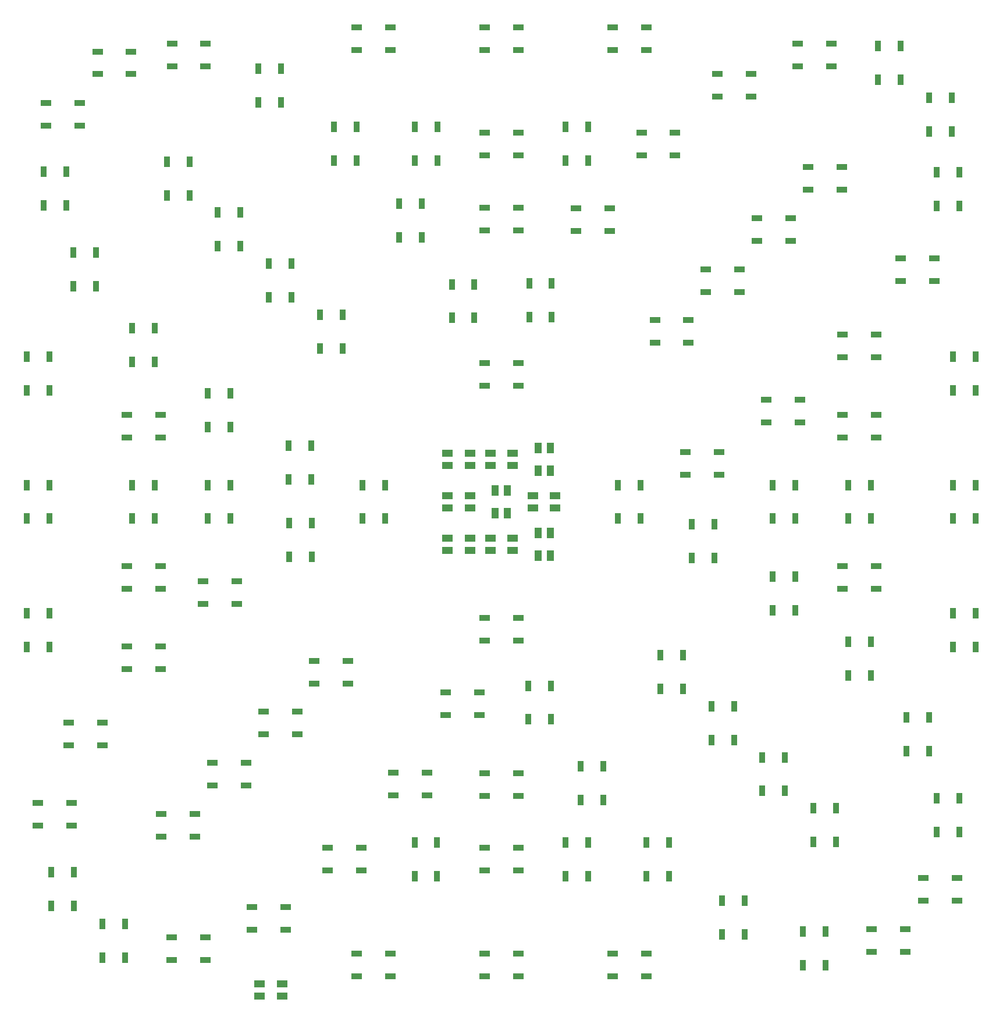
<source format=gbr>
%TF.GenerationSoftware,KiCad,Pcbnew,(6.0.10)*%
%TF.CreationDate,2023-01-10T10:46:10+01:00*%
%TF.ProjectId,BoardGame,426f6172-6447-4616-9d65-2e6b69636164,rev?*%
%TF.SameCoordinates,Original*%
%TF.FileFunction,Paste,Top*%
%TF.FilePolarity,Positive*%
%FSLAX46Y46*%
G04 Gerber Fmt 4.6, Leading zero omitted, Abs format (unit mm)*
G04 Created by KiCad (PCBNEW (6.0.10)) date 2023-01-10 10:46:10*
%MOMM*%
%LPD*%
G01*
G04 APERTURE LIST*
%ADD10R,0.900000X1.500000*%
%ADD11R,1.500000X0.900000*%
%ADD12R,1.500000X1.100000*%
%ADD13R,1.100000X1.500000*%
G04 APERTURE END LIST*
D10*
%TO.C,D1002*%
X116280000Y-78870000D03*
X112980000Y-78870000D03*
X112980000Y-83770000D03*
X116280000Y-83770000D03*
%TD*%
D11*
%TO.C,D1045*%
X95980000Y-150350000D03*
X95980000Y-153650000D03*
X100880000Y-153650000D03*
X100880000Y-150350000D03*
%TD*%
D10*
%TO.C,D1086*%
X78250000Y-84550000D03*
X74950000Y-84550000D03*
X74950000Y-89450000D03*
X78250000Y-89450000D03*
%TD*%
D11*
%TO.C,D1056*%
X89460000Y-96320000D03*
X89460000Y-99620000D03*
X94360000Y-99620000D03*
X94360000Y-96320000D03*
%TD*%
%TO.C,D1016*%
X159760000Y-47560000D03*
X159760000Y-44260000D03*
X154860000Y-44260000D03*
X154860000Y-47560000D03*
%TD*%
D10*
%TO.C,D1028*%
X171720000Y-95130000D03*
X175020000Y-95130000D03*
X175020000Y-90230000D03*
X171720000Y-90230000D03*
%TD*%
%TO.C,D1021*%
X206230000Y-33110000D03*
X209530000Y-33110000D03*
X209530000Y-28210000D03*
X206230000Y-28210000D03*
%TD*%
D12*
%TO.C,D1102*%
X142360000Y-92300000D03*
X142360000Y-94080000D03*
X145640000Y-94080000D03*
X145640000Y-92300000D03*
%TD*%
D11*
%TO.C,D1051*%
X105490000Y-101860000D03*
X105490000Y-98560000D03*
X100590000Y-98560000D03*
X100590000Y-101860000D03*
%TD*%
%TO.C,D1089*%
X146450000Y-21250000D03*
X146450000Y-17950000D03*
X141550000Y-17950000D03*
X141550000Y-21250000D03*
%TD*%
%TO.C,D1057*%
X146450000Y-47530000D03*
X146450000Y-44230000D03*
X141550000Y-44230000D03*
X141550000Y-47530000D03*
%TD*%
D12*
%TO.C,D1106*%
X108817500Y-157110000D03*
X108817500Y-158890000D03*
X112097500Y-158890000D03*
X112097500Y-157110000D03*
%TD*%
D10*
%TO.C,D1020*%
X198750000Y-25590000D03*
X202050000Y-25590000D03*
X202050000Y-20690000D03*
X198750000Y-20690000D03*
%TD*%
%TO.C,D1038*%
X158860000Y-125510000D03*
X155560000Y-125510000D03*
X155560000Y-130410000D03*
X158860000Y-130410000D03*
%TD*%
%TO.C,D1080*%
X189410000Y-136510000D03*
X192710000Y-136510000D03*
X192710000Y-131610000D03*
X189410000Y-131610000D03*
%TD*%
D12*
%TO.C,D1100*%
X148550000Y-86110000D03*
X148550000Y-87890000D03*
X151830000Y-87890000D03*
X151830000Y-86110000D03*
%TD*%
D11*
%TO.C,D1081*%
X116780000Y-110120000D03*
X116780000Y-113420000D03*
X121680000Y-113420000D03*
X121680000Y-110120000D03*
%TD*%
D10*
%TO.C,D1066*%
X131350000Y-141450000D03*
X134650000Y-141450000D03*
X134650000Y-136550000D03*
X131350000Y-136550000D03*
%TD*%
D11*
%TO.C,D1040*%
X141550000Y-103930000D03*
X141550000Y-107230000D03*
X146450000Y-107230000D03*
X146450000Y-103930000D03*
%TD*%
D10*
%TO.C,D1085*%
X78250000Y-103200000D03*
X74950000Y-103200000D03*
X74950000Y-108100000D03*
X78250000Y-108100000D03*
%TD*%
D11*
%TO.C,D1043*%
X118720000Y-137350000D03*
X118720000Y-140650000D03*
X123620000Y-140650000D03*
X123620000Y-137350000D03*
%TD*%
D10*
%TO.C,D1037*%
X168380000Y-136550000D03*
X165080000Y-136550000D03*
X165080000Y-141450000D03*
X168380000Y-141450000D03*
%TD*%
D11*
%TO.C,D1017*%
X169280000Y-36560000D03*
X169280000Y-33260000D03*
X164380000Y-33260000D03*
X164380000Y-36560000D03*
%TD*%
%TO.C,D1067*%
X146450000Y-140650000D03*
X146450000Y-137350000D03*
X141550000Y-137350000D03*
X141550000Y-140650000D03*
%TD*%
D10*
%TO.C,D1072*%
X98590000Y-37490000D03*
X95290000Y-37490000D03*
X95290000Y-42390000D03*
X98590000Y-42390000D03*
%TD*%
D11*
%TO.C,D1041*%
X135870000Y-114720000D03*
X135870000Y-118020000D03*
X140770000Y-118020000D03*
X140770000Y-114720000D03*
%TD*%
%TO.C,D1074*%
X178650000Y-56450000D03*
X178650000Y-53150000D03*
X173750000Y-53150000D03*
X173750000Y-56450000D03*
%TD*%
%TO.C,D1009*%
X100950000Y-23650000D03*
X100950000Y-20350000D03*
X96050000Y-20350000D03*
X96050000Y-23650000D03*
%TD*%
%TO.C,D1033*%
X205410000Y-141750000D03*
X205410000Y-145050000D03*
X210310000Y-145050000D03*
X210310000Y-141750000D03*
%TD*%
D10*
%TO.C,D1046*%
X89250000Y-148410000D03*
X85950000Y-148410000D03*
X85950000Y-153310000D03*
X89250000Y-153310000D03*
%TD*%
%TO.C,D1052*%
X116440000Y-90130000D03*
X113140000Y-90130000D03*
X113140000Y-95030000D03*
X116440000Y-95030000D03*
%TD*%
%TO.C,D1061*%
X183470000Y-89450000D03*
X186770000Y-89450000D03*
X186770000Y-84550000D03*
X183470000Y-84550000D03*
%TD*%
D11*
%TO.C,D1062*%
X198540000Y-99620000D03*
X198540000Y-96320000D03*
X193640000Y-96320000D03*
X193640000Y-99620000D03*
%TD*%
D10*
%TO.C,D1070*%
X113450000Y-52350000D03*
X110150000Y-52350000D03*
X110150000Y-57250000D03*
X113450000Y-57250000D03*
%TD*%
D11*
%TO.C,D1073*%
X171220000Y-63880000D03*
X171220000Y-60580000D03*
X166320000Y-60580000D03*
X166320000Y-63880000D03*
%TD*%
D10*
%TO.C,D1068*%
X153320000Y-141450000D03*
X156620000Y-141450000D03*
X156620000Y-136550000D03*
X153320000Y-136550000D03*
%TD*%
D11*
%TO.C,D1048*%
X81450000Y-134140000D03*
X81450000Y-130840000D03*
X76550000Y-130840000D03*
X76550000Y-134140000D03*
%TD*%
D10*
%TO.C,D1022*%
X207340000Y-43960000D03*
X210640000Y-43960000D03*
X210640000Y-39060000D03*
X207340000Y-39060000D03*
%TD*%
%TO.C,D1031*%
X202970000Y-123310000D03*
X206270000Y-123310000D03*
X206270000Y-118410000D03*
X202970000Y-118410000D03*
%TD*%
%TO.C,D1087*%
X78250000Y-65900000D03*
X74950000Y-65900000D03*
X74950000Y-70800000D03*
X78250000Y-70800000D03*
%TD*%
%TO.C,D1060*%
X134680000Y-32460000D03*
X131380000Y-32460000D03*
X131380000Y-37360000D03*
X134680000Y-37360000D03*
%TD*%
%TO.C,D1055*%
X90260000Y-89450000D03*
X93560000Y-89450000D03*
X93560000Y-84550000D03*
X90260000Y-84550000D03*
%TD*%
D11*
%TO.C,D1024*%
X193640000Y-62620000D03*
X193640000Y-65920000D03*
X198540000Y-65920000D03*
X198540000Y-62620000D03*
%TD*%
D10*
%TO.C,D1091*%
X209750000Y-70800000D03*
X213050000Y-70800000D03*
X213050000Y-65900000D03*
X209750000Y-65900000D03*
%TD*%
%TO.C,D1079*%
X181980000Y-129080000D03*
X185280000Y-129080000D03*
X185280000Y-124180000D03*
X181980000Y-124180000D03*
%TD*%
%TO.C,D1069*%
X120880000Y-59780000D03*
X117580000Y-59780000D03*
X117580000Y-64680000D03*
X120880000Y-64680000D03*
%TD*%
D11*
%TO.C,D1095*%
X141550000Y-152750000D03*
X141550000Y-156050000D03*
X146450000Y-156050000D03*
X146450000Y-152750000D03*
%TD*%
D10*
%TO.C,D1047*%
X81770000Y-140890000D03*
X78470000Y-140890000D03*
X78470000Y-145790000D03*
X81770000Y-145790000D03*
%TD*%
%TO.C,D1027*%
X160930000Y-89450000D03*
X164230000Y-89450000D03*
X164230000Y-84550000D03*
X160930000Y-84550000D03*
%TD*%
D12*
%TO.C,D1097*%
X139450000Y-81700000D03*
X139450000Y-79920000D03*
X136170000Y-79920000D03*
X136170000Y-81700000D03*
%TD*%
D11*
%TO.C,D1090*%
X165100000Y-21250000D03*
X165100000Y-17950000D03*
X160200000Y-17950000D03*
X160200000Y-21250000D03*
%TD*%
%TO.C,D1094*%
X160200000Y-152750000D03*
X160200000Y-156050000D03*
X165100000Y-156050000D03*
X165100000Y-152750000D03*
%TD*%
D10*
%TO.C,D1010*%
X108580000Y-28890000D03*
X111880000Y-28890000D03*
X111880000Y-23990000D03*
X108580000Y-23990000D03*
%TD*%
D12*
%TO.C,D1103*%
X136170000Y-92300000D03*
X136170000Y-94080000D03*
X139450000Y-94080000D03*
X139450000Y-92300000D03*
%TD*%
D11*
%TO.C,D1008*%
X90110000Y-24770000D03*
X90110000Y-21470000D03*
X85210000Y-21470000D03*
X85210000Y-24770000D03*
%TD*%
D10*
%TO.C,D1035*%
X191140000Y-149540000D03*
X187840000Y-149540000D03*
X187840000Y-154440000D03*
X191140000Y-154440000D03*
%TD*%
%TO.C,D1012*%
X129140000Y-48490000D03*
X132440000Y-48490000D03*
X132440000Y-43590000D03*
X129140000Y-43590000D03*
%TD*%
D13*
%TO.C,D1101*%
X149300000Y-94830000D03*
X151080000Y-94830000D03*
X151080000Y-91550000D03*
X149300000Y-91550000D03*
%TD*%
D11*
%TO.C,D1065*%
X141550000Y-126470000D03*
X141550000Y-129770000D03*
X146450000Y-129770000D03*
X146450000Y-126470000D03*
%TD*%
D13*
%TO.C,D1105*%
X143110000Y-88640000D03*
X144890000Y-88640000D03*
X144890000Y-85360000D03*
X143110000Y-85360000D03*
%TD*%
D10*
%TO.C,D1004*%
X93560000Y-61720000D03*
X90260000Y-61720000D03*
X90260000Y-66620000D03*
X93560000Y-66620000D03*
%TD*%
D12*
%TO.C,D1104*%
X139450000Y-87890000D03*
X139450000Y-86110000D03*
X136170000Y-86110000D03*
X136170000Y-87890000D03*
%TD*%
%TO.C,D1098*%
X145640000Y-81700000D03*
X145640000Y-79920000D03*
X142360000Y-79920000D03*
X142360000Y-81700000D03*
%TD*%
D11*
%TO.C,D1049*%
X85890000Y-122420000D03*
X85890000Y-119120000D03*
X80990000Y-119120000D03*
X80990000Y-122420000D03*
%TD*%
D10*
%TO.C,D1039*%
X151230000Y-113760000D03*
X147930000Y-113760000D03*
X147930000Y-118660000D03*
X151230000Y-118660000D03*
%TD*%
D11*
%TO.C,D1018*%
X180310000Y-28030000D03*
X180310000Y-24730000D03*
X175410000Y-24730000D03*
X175410000Y-28030000D03*
%TD*%
D10*
%TO.C,D1015*%
X151330000Y-55180000D03*
X148030000Y-55180000D03*
X148030000Y-60080000D03*
X151330000Y-60080000D03*
%TD*%
D11*
%TO.C,D1034*%
X197890000Y-149230000D03*
X197890000Y-152530000D03*
X202790000Y-152530000D03*
X202790000Y-149230000D03*
%TD*%
D10*
%TO.C,D1005*%
X85030000Y-50690000D03*
X81730000Y-50690000D03*
X81730000Y-55590000D03*
X85030000Y-55590000D03*
%TD*%
%TO.C,D1093*%
X209750000Y-108100000D03*
X213050000Y-108100000D03*
X213050000Y-103200000D03*
X209750000Y-103200000D03*
%TD*%
%TO.C,D1011*%
X119620000Y-37360000D03*
X122920000Y-37360000D03*
X122920000Y-32460000D03*
X119620000Y-32460000D03*
%TD*%
D11*
%TO.C,D1096*%
X122900000Y-152750000D03*
X122900000Y-156050000D03*
X127800000Y-156050000D03*
X127800000Y-152750000D03*
%TD*%
D13*
%TO.C,D1099*%
X149300000Y-82450000D03*
X151080000Y-82450000D03*
X151080000Y-79170000D03*
X149300000Y-79170000D03*
%TD*%
D11*
%TO.C,D1088*%
X127800000Y-21250000D03*
X127800000Y-17950000D03*
X122900000Y-17950000D03*
X122900000Y-21250000D03*
%TD*%
D10*
%TO.C,D1013*%
X136770000Y-60240000D03*
X140070000Y-60240000D03*
X140070000Y-55340000D03*
X136770000Y-55340000D03*
%TD*%
D11*
%TO.C,D1083*%
X101920000Y-124980000D03*
X101920000Y-128280000D03*
X106820000Y-128280000D03*
X106820000Y-124980000D03*
%TD*%
%TO.C,D1014*%
X146450000Y-70070000D03*
X146450000Y-66770000D03*
X141550000Y-66770000D03*
X141550000Y-70070000D03*
%TD*%
D10*
%TO.C,D1063*%
X197740000Y-84550000D03*
X194440000Y-84550000D03*
X194440000Y-89450000D03*
X197740000Y-89450000D03*
%TD*%
D11*
%TO.C,D1076*%
X193510000Y-41590000D03*
X193510000Y-38290000D03*
X188610000Y-38290000D03*
X188610000Y-41590000D03*
%TD*%
D10*
%TO.C,D1003*%
X104560000Y-71240000D03*
X101260000Y-71240000D03*
X101260000Y-76140000D03*
X104560000Y-76140000D03*
%TD*%
%TO.C,D1077*%
X167120000Y-114220000D03*
X170420000Y-114220000D03*
X170420000Y-109320000D03*
X167120000Y-109320000D03*
%TD*%
D11*
%TO.C,D1054*%
X89460000Y-74380000D03*
X89460000Y-77680000D03*
X94360000Y-77680000D03*
X94360000Y-74380000D03*
%TD*%
%TO.C,D1084*%
X94490000Y-132410000D03*
X94490000Y-135710000D03*
X99390000Y-135710000D03*
X99390000Y-132410000D03*
%TD*%
D10*
%TO.C,D1058*%
X156620000Y-32460000D03*
X153320000Y-32460000D03*
X153320000Y-37360000D03*
X156620000Y-37360000D03*
%TD*%
D11*
%TO.C,D1064*%
X198540000Y-77650000D03*
X198540000Y-74350000D03*
X193640000Y-74350000D03*
X193640000Y-77650000D03*
%TD*%
D10*
%TO.C,D1053*%
X104530000Y-84550000D03*
X101230000Y-84550000D03*
X101230000Y-89450000D03*
X104530000Y-89450000D03*
%TD*%
D11*
%TO.C,D1023*%
X202110000Y-51580000D03*
X202110000Y-54880000D03*
X207010000Y-54880000D03*
X207010000Y-51580000D03*
%TD*%
%TO.C,D1044*%
X107690000Y-145970000D03*
X107690000Y-149270000D03*
X112590000Y-149270000D03*
X112590000Y-145970000D03*
%TD*%
D10*
%TO.C,D1006*%
X80650000Y-38980000D03*
X77350000Y-38980000D03*
X77350000Y-43880000D03*
X80650000Y-43880000D03*
%TD*%
D11*
%TO.C,D1042*%
X128240000Y-126440000D03*
X128240000Y-129740000D03*
X133140000Y-129740000D03*
X133140000Y-126440000D03*
%TD*%
%TO.C,D1026*%
X170760000Y-79770000D03*
X170760000Y-83070000D03*
X175660000Y-83070000D03*
X175660000Y-79770000D03*
%TD*%
D10*
%TO.C,D1092*%
X209750000Y-89450000D03*
X213050000Y-89450000D03*
X213050000Y-84550000D03*
X209750000Y-84550000D03*
%TD*%
D11*
%TO.C,D1007*%
X82590000Y-32250000D03*
X82590000Y-28950000D03*
X77690000Y-28950000D03*
X77690000Y-32250000D03*
%TD*%
D10*
%TO.C,D1078*%
X174550000Y-121650000D03*
X177850000Y-121650000D03*
X177850000Y-116750000D03*
X174550000Y-116750000D03*
%TD*%
D11*
%TO.C,D1075*%
X186080000Y-49020000D03*
X186080000Y-45720000D03*
X181180000Y-45720000D03*
X181180000Y-49020000D03*
%TD*%
%TO.C,D1025*%
X182510000Y-72140000D03*
X182510000Y-75440000D03*
X187410000Y-75440000D03*
X187410000Y-72140000D03*
%TD*%
D10*
%TO.C,D1071*%
X106020000Y-44920000D03*
X102720000Y-44920000D03*
X102720000Y-49820000D03*
X106020000Y-49820000D03*
%TD*%
D11*
%TO.C,D1050*%
X94360000Y-111380000D03*
X94360000Y-108080000D03*
X89460000Y-108080000D03*
X89460000Y-111380000D03*
%TD*%
%TO.C,D1082*%
X109350000Y-117550000D03*
X109350000Y-120850000D03*
X114250000Y-120850000D03*
X114250000Y-117550000D03*
%TD*%
%TO.C,D1019*%
X192020000Y-23650000D03*
X192020000Y-20350000D03*
X187120000Y-20350000D03*
X187120000Y-23650000D03*
%TD*%
%TO.C,D1059*%
X141550000Y-33260000D03*
X141550000Y-36560000D03*
X146450000Y-36560000D03*
X146450000Y-33260000D03*
%TD*%
D10*
%TO.C,D1030*%
X194440000Y-112280000D03*
X197740000Y-112280000D03*
X197740000Y-107380000D03*
X194440000Y-107380000D03*
%TD*%
%TO.C,D1036*%
X179420000Y-145050000D03*
X176120000Y-145050000D03*
X176120000Y-149950000D03*
X179420000Y-149950000D03*
%TD*%
%TO.C,D1032*%
X207350000Y-135020000D03*
X210650000Y-135020000D03*
X210650000Y-130120000D03*
X207350000Y-130120000D03*
%TD*%
%TO.C,D1029*%
X183440000Y-102760000D03*
X186740000Y-102760000D03*
X186740000Y-97860000D03*
X183440000Y-97860000D03*
%TD*%
%TO.C,D1001*%
X127070000Y-84550000D03*
X123770000Y-84550000D03*
X123770000Y-89450000D03*
X127070000Y-89450000D03*
%TD*%
M02*

</source>
